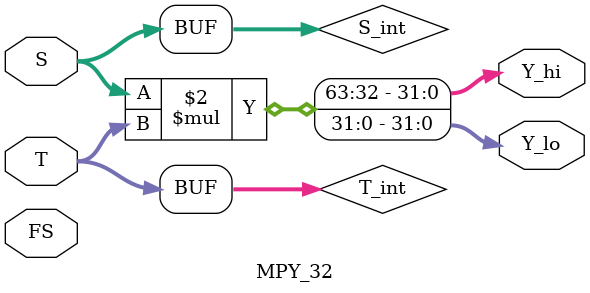
<source format=v>
`timescale 1ns / 1ps
/*********************************************************
 * File Name: MPY_32.v
 * Project: MIPS ISA Processor - Senior Project
 * Designer: Steven Sallack & Michael Diep
 * Email: Steven.Sallack@gmail.com // michaelkhangdiep@gmail.com
 * Rev. Date: 2/23/17
 *
 * Purpose: This module is used to do signed multiplication.
 *          It requires the 5-bit opcode, two 32-bit data
 *          inputs, and has two outputs. The result of the
 *          multiplication is output in the two 32-bit outputs
 *          to make up the 64-bit result of the multiply.
 *          S and T must be casted to integers, otherwise
 *          the values are treated as unsigned datatypes.
 *
 * Notes:   Rev Date 2/2/18  - updated comments and header
 *          Rev Data 2/23/18 - explained reason for typecast
 *********************************************************/
module MPY_32(FS, S, T, Y_hi, Y_lo);

 input [4:0] FS;
 input [31:0] S, T;

 output [31:0] Y_hi, Y_lo;
 
 integer S_int, T_int;

//Cast S & T to Integer//
//Signed mult. will not work correctly
//on default unsigned datatype
 always @ (*)
   begin
   S_int <= S;
   T_int <= T;
   end
    
  assign {Y_hi, Y_lo} = S_int * T_int;
 
endmodule

</source>
